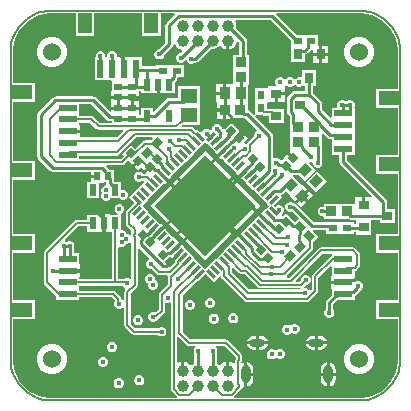
<source format=gbl>
G04*
G04 #@! TF.GenerationSoftware,Altium Limited,Altium Designer,22.10.1 (41)*
G04*
G04 Layer_Physical_Order=4*
G04 Layer_Color=16711680*
%FSLAX25Y25*%
%MOIN*%
G70*
G04*
G04 #@! TF.SameCoordinates,BA180857-5533-48D4-BC33-98CDBDEDE110*
G04*
G04*
G04 #@! TF.FilePolarity,Positive*
G04*
G01*
G75*
%ADD17C,0.00500*%
%ADD45R,0.06102X0.02362*%
%ADD46R,0.07087X0.04724*%
%ADD49R,0.02362X0.02520*%
%ADD50R,0.02362X0.02953*%
%ADD52R,0.05512X0.05118*%
%ADD55R,0.02520X0.02362*%
%ADD62R,0.03543X0.03937*%
%ADD66C,0.01000*%
%ADD67O,0.05118X0.02559*%
%ADD68O,0.03051X0.06102*%
%ADD69C,0.03937*%
%ADD70C,0.06000*%
%ADD71C,0.01772*%
%ADD72C,0.01575*%
%ADD74R,0.03740X0.03347*%
%ADD75R,0.03347X0.03740*%
G04:AMPARAMS|DCode=76|XSize=10.24mil|YSize=33.86mil|CornerRadius=0mil|HoleSize=0mil|Usage=FLASHONLY|Rotation=315.000|XOffset=0mil|YOffset=0mil|HoleType=Round|Shape=Rectangle|*
%AMROTATEDRECTD76*
4,1,4,-0.01559,-0.00835,0.00835,0.01559,0.01559,0.00835,-0.00835,-0.01559,-0.01559,-0.00835,0.0*
%
%ADD76ROTATEDRECTD76*%

%ADD77R,0.02362X0.06102*%
%ADD78R,0.04724X0.07087*%
G04:AMPARAMS|DCode=79|XSize=31.5mil|YSize=35.43mil|CornerRadius=0mil|HoleSize=0mil|Usage=FLASHONLY|Rotation=135.000|XOffset=0mil|YOffset=0mil|HoleType=Round|Shape=Rectangle|*
%AMROTATEDRECTD79*
4,1,4,0.02366,0.00139,-0.00139,-0.02366,-0.02366,-0.00139,0.00139,0.02366,0.02366,0.00139,0.0*
%
%ADD79ROTATEDRECTD79*%

%ADD80R,0.02362X0.03937*%
%ADD81R,0.03543X0.03150*%
G04:AMPARAMS|DCode=82|XSize=25.2mil|YSize=23.62mil|CornerRadius=0mil|HoleSize=0mil|Usage=FLASHONLY|Rotation=135.000|XOffset=0mil|YOffset=0mil|HoleType=Round|Shape=Rectangle|*
%AMROTATEDRECTD82*
4,1,4,0.01726,-0.00056,0.00056,-0.01726,-0.01726,0.00056,-0.00056,0.01726,0.01726,-0.00056,0.0*
%
%ADD82ROTATEDRECTD82*%

%ADD83P,0.33407X4X360.0*%
G04:AMPARAMS|DCode=84|XSize=33.86mil|YSize=10.24mil|CornerRadius=0mil|HoleSize=0mil|Usage=FLASHONLY|Rotation=315.000|XOffset=0mil|YOffset=0mil|HoleType=Round|Shape=Rectangle|*
%AMROTATEDRECTD84*
4,1,4,-0.01559,0.00835,-0.00835,0.01559,0.01559,-0.00835,0.00835,-0.01559,-0.01559,0.00835,0.0*
%
%ADD84ROTATEDRECTD84*%

%ADD85R,0.02953X0.02362*%
G04:AMPARAMS|DCode=86|XSize=25.2mil|YSize=23.62mil|CornerRadius=0mil|HoleSize=0mil|Usage=FLASHONLY|Rotation=45.000|XOffset=0mil|YOffset=0mil|HoleType=Round|Shape=Rectangle|*
%AMROTATEDRECTD86*
4,1,4,-0.00056,-0.01726,-0.01726,-0.00056,0.00056,0.01726,0.01726,0.00056,-0.00056,-0.01726,0.0*
%
%ADD86ROTATEDRECTD86*%

%ADD87R,0.03150X0.03543*%
%ADD88R,0.02165X0.03937*%
G04:AMPARAMS|DCode=89|XSize=23.62mil|YSize=29.53mil|CornerRadius=0mil|HoleSize=0mil|Usage=FLASHONLY|Rotation=45.000|XOffset=0mil|YOffset=0mil|HoleType=Round|Shape=Rectangle|*
%AMROTATEDRECTD89*
4,1,4,0.00209,-0.01879,-0.01879,0.00209,-0.00209,0.01879,0.01879,-0.00209,0.00209,-0.01879,0.0*
%
%ADD89ROTATEDRECTD89*%

G04:AMPARAMS|DCode=90|XSize=23.62mil|YSize=29.53mil|CornerRadius=0mil|HoleSize=0mil|Usage=FLASHONLY|Rotation=315.000|XOffset=0mil|YOffset=0mil|HoleType=Round|Shape=Rectangle|*
%AMROTATEDRECTD90*
4,1,4,-0.01879,-0.00209,0.00209,0.01879,0.01879,0.00209,-0.00209,-0.01879,-0.01879,-0.00209,0.0*
%
%ADD90ROTATEDRECTD90*%

G36*
X51181Y64158D02*
X52032D01*
X53718Y63936D01*
X55361Y63496D01*
X56933Y62845D01*
X58406Y61994D01*
X59756Y60958D01*
X60958Y59756D01*
X61994Y58406D01*
X62845Y56933D01*
X63495Y55361D01*
X63936Y53718D01*
X64158Y52032D01*
X64158Y51181D01*
Y38976D01*
X56862D01*
Y32677D01*
X64158D01*
Y16929D01*
X56862D01*
Y10630D01*
X64158D01*
X64158Y-9449D01*
X56862D01*
Y-15748D01*
X64158D01*
Y-31496D01*
X56862D01*
Y-37795D01*
X64158D01*
Y-51181D01*
X64158Y-52032D01*
X63936Y-53718D01*
X63495Y-55361D01*
X62845Y-56933D01*
X61994Y-58406D01*
X60958Y-59756D01*
X59756Y-60958D01*
X58406Y-61994D01*
X56933Y-62845D01*
X55361Y-63496D01*
X53718Y-63936D01*
X52032Y-64158D01*
X51181D01*
X9759D01*
X9634Y-63959D01*
X9569Y-63658D01*
X11958Y-61269D01*
X12187Y-60926D01*
X12242Y-60653D01*
X12546Y-60385D01*
X12768Y-60277D01*
X12886Y-60300D01*
Y-56299D01*
Y-52298D01*
X12400Y-52395D01*
X12321Y-52447D01*
X12293Y-52432D01*
X11958Y-52104D01*
X12187Y-51761D01*
X12268Y-51356D01*
Y-50187D01*
X12187Y-49782D01*
X11958Y-49439D01*
X7441Y-44921D01*
X7098Y-44692D01*
X6693Y-44612D01*
X-5074D01*
X-7604Y-42081D01*
Y-29979D01*
X-2913Y-25288D01*
X-2742Y-25459D01*
X0Y-22716D01*
X2742Y-25459D01*
X4780Y-23421D01*
X5058Y-23537D01*
X5249Y-23659D01*
X5322Y-24027D01*
X5551Y-24370D01*
X13032Y-31850D01*
X13375Y-32080D01*
X13780Y-32160D01*
X33858D01*
X34263Y-32080D01*
X34606Y-31850D01*
X37362Y-29094D01*
X37591Y-28751D01*
X37672Y-28346D01*
Y-24060D01*
X41598Y-20134D01*
X42098Y-20341D01*
Y-23410D01*
X41886D01*
Y-25091D01*
X45937D01*
Y-26091D01*
X41886D01*
Y-27772D01*
X42098D01*
Y-29667D01*
X40410Y-31355D01*
X40126Y-31781D01*
X40026Y-32283D01*
Y-34773D01*
X39920Y-34879D01*
X39665Y-35494D01*
Y-36160D01*
X39920Y-36775D01*
X40391Y-37245D01*
X41006Y-37500D01*
X41671D01*
X42286Y-37245D01*
X42757Y-36775D01*
X43012Y-36160D01*
Y-35494D01*
X42757Y-34879D01*
X42651Y-34773D01*
Y-32827D01*
X43982Y-31496D01*
X49776D01*
Y-30075D01*
X49854Y-30059D01*
X50280Y-29775D01*
X51568Y-28487D01*
X51829Y-28097D01*
X52206Y-27720D01*
X52461Y-27104D01*
Y-26439D01*
X52206Y-25824D01*
X51735Y-25353D01*
X51120Y-25098D01*
X50455D01*
X50404Y-25119D01*
X49988Y-24842D01*
Y-23410D01*
X49776D01*
Y-21775D01*
X50155Y-21700D01*
X50498Y-21470D01*
X51328Y-20640D01*
X51557Y-20297D01*
X51638Y-19892D01*
Y-16328D01*
X51557Y-15924D01*
X51328Y-15580D01*
X49961Y-14213D01*
X49617Y-13983D01*
X49213Y-13903D01*
X38511D01*
X38106Y-13983D01*
X37763Y-14213D01*
X27943Y-24033D01*
X27266D01*
X27059Y-23533D01*
X35628Y-14963D01*
X35858Y-14620D01*
X35938Y-14215D01*
Y-12197D01*
X37664Y-10471D01*
X35815Y-8622D01*
X36022Y-8122D01*
X40354D01*
Y-9449D01*
X49409D01*
Y-8793D01*
X50197D01*
Y-9646D01*
X55315D01*
X55315Y-4921D01*
X55788Y-4856D01*
X58071D01*
Y-5906D01*
X63189D01*
Y-1181D01*
X60671D01*
Y1163D01*
X60571Y1666D01*
X60286Y2092D01*
X47250Y15128D01*
Y16929D01*
X49776D01*
Y20866D01*
Y24803D01*
Y28740D01*
Y32677D01*
X49776D01*
X49616Y32917D01*
X49705Y33132D01*
Y33797D01*
X49450Y34412D01*
X48979Y34883D01*
X48364Y35138D01*
X47699D01*
X47084Y34883D01*
X46978Y34777D01*
X46723D01*
X46617Y34883D01*
X46002Y35138D01*
X45336D01*
X44721Y34883D01*
X44251Y34412D01*
X43996Y33797D01*
Y33132D01*
X44012Y33093D01*
X43734Y32677D01*
X42098D01*
Y29363D01*
X41598Y29155D01*
X38714Y32040D01*
Y34252D01*
X38614Y34754D01*
X38330Y35180D01*
X35958Y37552D01*
Y39961D01*
X37008D01*
Y45079D01*
X32283D01*
Y43065D01*
X31868Y42787D01*
X31681Y42864D01*
X31016D01*
X30401Y42609D01*
X30065Y42274D01*
X29755Y42188D01*
X29445Y42274D01*
X29109Y42609D01*
X28494Y42864D01*
X27829D01*
X27214Y42609D01*
X26878Y42274D01*
X26568Y42188D01*
X26258Y42274D01*
X25922Y42609D01*
X25307Y42864D01*
X24642D01*
X24027Y42609D01*
X23556Y42139D01*
X23301Y41524D01*
Y40858D01*
X23556Y40243D01*
X23558Y40242D01*
X23366Y39779D01*
X20850D01*
Y39468D01*
X20472Y39173D01*
X20350Y39173D01*
X16535D01*
Y34646D01*
Y30367D01*
X16035Y30160D01*
X14748Y31448D01*
X14322Y31732D01*
X14075Y31782D01*
Y34547D01*
X14272Y34646D01*
Y40157D01*
X14469Y40256D01*
Y44874D01*
X14469Y45177D01*
X14469Y45677D01*
Y50295D01*
X13911D01*
Y54882D01*
X13811Y55384D01*
X13527Y55810D01*
X10142Y59194D01*
X10256Y59618D01*
Y60343D01*
X10068Y61044D01*
X9849Y61424D01*
X10137Y61924D01*
X21695D01*
X28543Y55075D01*
Y52756D01*
Y47835D01*
X33268D01*
Y50374D01*
X33664Y50453D01*
X34090Y50737D01*
X35286Y51934D01*
X35311Y51971D01*
X35811Y51819D01*
Y50894D01*
X37886D01*
Y53165D01*
X37598D01*
Y56693D01*
X30638D01*
X23635Y63696D01*
X23826Y64158D01*
X51181D01*
D02*
G37*
G36*
X30065Y40108D02*
X30401Y39772D01*
X31016Y39518D01*
X31681D01*
X32296Y39772D01*
X32484Y39961D01*
X33333D01*
Y38320D01*
X29772D01*
X29270Y38221D01*
X28844Y37936D01*
X28643Y37635D01*
X27509Y36501D01*
X27224Y36075D01*
X27124Y35573D01*
Y31356D01*
X27224Y30854D01*
X27509Y30428D01*
X28026Y29911D01*
Y27354D01*
X28051Y27228D01*
Y24024D01*
X28051Y23720D01*
X28051Y23221D01*
Y18602D01*
X28139D01*
X28330Y18140D01*
X27933Y17743D01*
X29531Y16145D01*
X28824Y15438D01*
X27226Y17036D01*
X26037Y15847D01*
X26188Y15697D01*
X25517Y15026D01*
X25041Y15121D01*
X24570Y15592D01*
X23955Y15846D01*
X23289D01*
X22980Y15718D01*
X22480Y16051D01*
Y23172D01*
X22380Y23674D01*
X22096Y24100D01*
X16577Y29618D01*
X16784Y30118D01*
X19068D01*
X19137Y30072D01*
X19541Y29991D01*
X21063D01*
Y27362D01*
X26181D01*
Y32087D01*
X22399D01*
X22297Y32107D01*
X20472D01*
Y34335D01*
X20850Y34630D01*
X20966Y34630D01*
X23122D01*
Y37205D01*
X23622D01*
Y37705D01*
X26394D01*
Y39744D01*
X26446Y39827D01*
X26788Y40133D01*
X26878Y40108D01*
X27214Y39772D01*
X27829Y39518D01*
X28494D01*
X29109Y39772D01*
X29445Y40108D01*
X29755Y40194D01*
X30065Y40108D01*
D02*
G37*
G36*
X-43307Y64158D02*
Y56468D01*
X-37008D01*
Y64158D01*
X-21260D01*
Y56468D01*
X-14961D01*
Y64158D01*
X-10437D01*
X-10245Y63696D01*
X-12956Y60985D01*
X-13240Y60559D01*
X-13340Y60057D01*
Y54264D01*
X-15537Y52067D01*
X-15687D01*
X-16302Y51812D01*
X-16773Y51341D01*
X-17028Y50726D01*
Y50061D01*
X-16773Y49446D01*
X-16302Y48975D01*
X-15687Y48720D01*
X-15021D01*
X-14406Y48975D01*
X-13936Y49446D01*
X-13681Y50061D01*
Y50211D01*
X-11100Y52792D01*
X-10815Y53218D01*
X-10724Y53673D01*
X-10578Y53727D01*
X-10215Y53746D01*
X-9875Y53158D01*
X-9323Y52605D01*
X-8646Y52214D01*
X-8002Y52042D01*
X-7776Y51561D01*
X-8549Y50787D01*
X-8581D01*
X-9160Y50548D01*
X-9603Y50105D01*
X-9843Y49526D01*
Y48899D01*
X-9603Y48320D01*
X-9160Y47878D01*
X-8581Y47638D01*
X-7954D01*
X-7376Y47878D01*
X-6933Y48320D01*
X-6799Y48643D01*
X-6299Y48543D01*
Y48506D01*
X-6059Y47927D01*
X-5616Y47484D01*
X-5038Y47244D01*
X-4411D01*
X-3832Y47484D01*
X-3700Y47616D01*
X-3551D01*
X-3049Y47716D01*
X-2623Y48001D01*
X1714Y52338D01*
X2137Y52224D01*
X2863D01*
X3564Y52412D01*
X4192Y52775D01*
X4557Y53140D01*
X5048Y53155D01*
X5177Y53105D01*
X5677Y52605D01*
X6354Y52214D01*
X7000Y52041D01*
Y54980D01*
X8000D01*
Y52041D01*
X8646Y52214D01*
X9323Y52605D01*
X9875Y53158D01*
X10266Y53834D01*
X10439Y54478D01*
X10919Y54705D01*
X11286Y54338D01*
Y50295D01*
X9154D01*
Y45677D01*
X9154Y45374D01*
X9154Y44874D01*
Y40370D01*
X6898D01*
Y37402D01*
X6398D01*
Y36902D01*
X3626D01*
Y34433D01*
X3823D01*
Y32390D01*
X6496D01*
Y31890D01*
X6996D01*
Y29020D01*
X9169D01*
Y29232D01*
X12661D01*
X12787Y29207D01*
X13276D01*
X17235Y25248D01*
X17137Y24758D01*
X17025Y24711D01*
X16555Y24240D01*
X16300Y23626D01*
Y23115D01*
X14222Y21038D01*
X13993Y20695D01*
X13600Y20485D01*
X13370Y20580D01*
X13042D01*
X12835Y21080D01*
X14208Y22453D01*
X13019Y23641D01*
X11421Y22044D01*
X10714Y22751D01*
X12312Y24349D01*
X11123Y25537D01*
X10973Y25387D01*
X8673Y27687D01*
X6382Y25396D01*
X5740Y25460D01*
X5681Y25547D01*
X5610Y25618D01*
Y25923D01*
X5356Y26538D01*
X4885Y27009D01*
X4270Y27264D01*
X3604D01*
X2989Y27009D01*
X2519Y26538D01*
X2264Y25923D01*
Y25383D01*
X2179Y25284D01*
X1553Y25223D01*
X1342Y25434D01*
X727Y25689D01*
X61D01*
X-554Y25434D01*
X-1025Y24964D01*
X-1176Y24599D01*
X-1742Y24458D01*
X-2742Y25459D01*
X-3098Y25103D01*
X-3940Y25945D01*
X-4283Y26174D01*
X-4688Y26255D01*
X-7533D01*
X-7703Y26465D01*
X-7784Y26755D01*
X-7607Y26969D01*
X-1969D01*
Y33268D01*
Y39961D01*
X-9055D01*
Y35868D01*
X-12049D01*
X-12551Y35768D01*
X-12977Y35483D01*
X-17118Y31342D01*
X-17618Y31549D01*
Y32480D01*
X-21358D01*
Y30289D01*
X-22150D01*
Y31941D01*
X-24409D01*
Y32941D01*
X-22150D01*
Y33882D01*
Y35563D01*
X-24409D01*
Y36563D01*
X-22150D01*
Y38215D01*
X-21358D01*
Y37598D01*
X-17831D01*
Y37386D01*
X-16248D01*
Y40354D01*
X-15248D01*
Y37386D01*
X-13665D01*
Y37598D01*
X-10138D01*
Y41254D01*
X-9595Y41796D01*
X-9311Y42222D01*
X-9211Y42724D01*
Y42913D01*
X-7283D01*
Y46850D01*
X-16339D01*
Y46588D01*
X-21260D01*
Y49382D01*
X-24984D01*
Y49595D01*
X-26665D01*
Y45543D01*
X-27665D01*
Y49595D01*
X-29066D01*
X-29373Y49656D01*
X-29528Y50020D01*
Y50313D01*
X-29767Y50892D01*
X-30210Y51335D01*
X-30789Y51575D01*
X-31416D01*
X-31994Y51335D01*
X-32437Y50892D01*
X-32677Y50313D01*
Y49687D01*
X-32811Y49487D01*
X-33047D01*
X-33465Y49931D01*
Y50313D01*
X-33704Y50892D01*
X-34147Y51335D01*
X-34726Y51575D01*
X-35353D01*
X-35931Y51335D01*
X-36374Y50892D01*
X-36614Y50313D01*
Y49687D01*
X-36818Y49382D01*
X-37008D01*
Y41705D01*
X-31595D01*
X-31181Y41496D01*
Y38244D01*
X-31394D01*
Y36563D01*
X-29134D01*
Y35563D01*
X-31394D01*
Y33882D01*
Y32941D01*
X-29134D01*
Y31941D01*
X-31394D01*
Y31541D01*
X-31856Y31350D01*
X-36580Y36074D01*
X-37005Y36358D01*
X-37508Y36458D01*
X-49521D01*
X-50024Y36358D01*
X-50047Y36343D01*
X-50502Y36252D01*
X-50928Y35967D01*
X-55653Y31243D01*
X-55937Y30817D01*
X-56037Y30315D01*
Y16535D01*
X-55937Y16033D01*
X-55653Y15607D01*
X-51715Y11670D01*
X-51290Y11386D01*
X-50787Y11286D01*
X-38165D01*
Y10343D01*
X-35984D01*
Y9342D01*
X-38165D01*
Y7874D01*
X-39567D01*
Y2362D01*
X-35630D01*
Y7583D01*
X-33803D01*
Y7795D01*
X-33151D01*
Y7626D01*
X-33065Y7193D01*
X-33134Y7010D01*
X-33365Y6693D01*
X-33384D01*
X-33963Y6453D01*
X-34406Y6010D01*
X-34646Y5431D01*
Y4805D01*
X-34406Y4226D01*
X-34314Y4134D01*
X-34406Y4042D01*
X-34646Y3463D01*
Y2836D01*
X-34406Y2258D01*
X-33963Y1815D01*
X-33384Y1575D01*
X-32758D01*
X-32179Y1815D01*
X-31736Y2258D01*
X-31692Y2362D01*
X-28408D01*
X-28254Y2208D01*
X-27676Y1969D01*
X-27049D01*
X-26470Y2208D01*
X-26027Y2651D01*
X-25787Y3230D01*
Y3857D01*
X-26027Y4435D01*
X-26470Y4878D01*
X-27049Y5118D01*
X-27676D01*
X-27734Y5094D01*
X-28150Y5372D01*
Y7874D01*
X-30230D01*
X-30526Y8170D01*
Y9161D01*
X-30551Y9288D01*
Y11890D01*
X-32033D01*
X-32273Y12249D01*
X-33071Y13047D01*
X-32880Y13509D01*
X-27647D01*
X-27242Y13590D01*
X-26899Y13819D01*
X-25984Y14733D01*
X-25537Y14861D01*
X-24349Y13672D01*
X-22751Y15270D01*
X-22044Y14563D01*
X-23642Y12965D01*
X-22453Y11777D01*
X-21457Y12773D01*
X-20444Y11760D01*
X-18901Y13302D01*
X-18194Y12595D01*
X-19736Y11052D01*
X-19647Y10963D01*
X-19854Y10463D01*
X-20594D01*
X-20634Y10559D01*
X-21104Y11030D01*
X-21719Y11284D01*
X-22385D01*
X-23000Y11030D01*
X-23471Y10559D01*
X-23725Y9944D01*
Y9278D01*
X-23471Y8663D01*
X-23000Y8193D01*
X-22385Y7938D01*
X-21719D01*
X-21104Y8193D01*
X-21022Y8275D01*
X-20638Y8230D01*
X-20452Y7749D01*
X-22675Y5526D01*
X-25459Y2742D01*
X-23641Y925D01*
X-26130Y-1564D01*
X-26360Y-1908D01*
X-26440Y-2312D01*
Y-6012D01*
X-26360Y-6417D01*
X-26130Y-6760D01*
X-24680Y-8211D01*
Y-9167D01*
X-24731Y-9425D01*
Y-9597D01*
X-25231Y-9804D01*
X-25430Y-9605D01*
X-26045Y-9350D01*
X-26346D01*
X-26534Y-8895D01*
X-27005Y-8424D01*
X-27620Y-8169D01*
X-28150D01*
Y-3215D01*
X-28150Y-3150D01*
X-28121Y-2662D01*
X-27769Y-2516D01*
X-27326Y-2073D01*
X-27087Y-1494D01*
Y-868D01*
X-27326Y-289D01*
X-27769Y154D01*
X-28348Y394D01*
X-28975D01*
X-29553Y154D01*
X-29996Y-289D01*
X-30236Y-868D01*
Y-1494D01*
X-29996Y-2073D01*
X-29553Y-2516D01*
X-29231Y-2650D01*
X-29331Y-3150D01*
X-31677D01*
Y-2937D01*
X-33358D01*
Y-5906D01*
Y-8874D01*
X-31677D01*
Y-8661D01*
X-31176D01*
Y-24533D01*
X-42098D01*
Y-23835D01*
X-41886D01*
Y-22154D01*
X-45937D01*
Y-21154D01*
X-41886D01*
Y-19473D01*
X-42098D01*
Y-15748D01*
X-43963D01*
Y-14300D01*
X-43940Y-14278D01*
X-43701Y-13699D01*
Y-13073D01*
X-43940Y-12494D01*
X-44383Y-12051D01*
X-44962Y-11811D01*
X-45589D01*
X-46168Y-12051D01*
X-46190Y-12073D01*
X-46330D01*
X-46352Y-12051D01*
X-46708Y-11903D01*
X-46861Y-11349D01*
X-42475Y-6963D01*
X-39567D01*
Y-8661D01*
X-36039D01*
Y-8874D01*
X-34358D01*
Y-5906D01*
Y-2937D01*
X-36039D01*
Y-3150D01*
X-39567D01*
Y-4848D01*
X-42913D01*
X-43318Y-4928D01*
X-43661Y-5158D01*
X-53504Y-15000D01*
X-53733Y-15343D01*
X-53814Y-15748D01*
Y-25591D01*
X-53733Y-25995D01*
X-53504Y-26338D01*
X-49776Y-30067D01*
Y-31496D01*
X-42098D01*
Y-30585D01*
X-31147D01*
X-30081Y-31651D01*
X-30159Y-31729D01*
X-30413Y-32344D01*
Y-33010D01*
X-30159Y-33625D01*
X-29688Y-34096D01*
X-29073Y-34350D01*
X-28407D01*
X-27792Y-34096D01*
X-27542Y-33845D01*
X-27042Y-34052D01*
Y-39764D01*
X-26961Y-40169D01*
X-26732Y-40512D01*
X-24514Y-42730D01*
X-24171Y-42959D01*
X-23766Y-43040D01*
X-15736D01*
X-15459Y-43317D01*
X-14880Y-43557D01*
X-14254D01*
X-13675Y-43317D01*
X-13232Y-42874D01*
X-12992Y-42296D01*
Y-41669D01*
X-13232Y-41090D01*
X-13675Y-40647D01*
X-14254Y-40407D01*
X-14880D01*
X-15459Y-40647D01*
X-15736Y-40925D01*
X-23328D01*
X-24927Y-39326D01*
Y-29178D01*
X-22874Y-27126D01*
X-22645Y-26783D01*
X-22564Y-26378D01*
Y-14310D01*
X-22064Y-14103D01*
X-18767Y-17400D01*
X-18884Y-17990D01*
X-19058Y-18062D01*
X-19529Y-18532D01*
X-19783Y-19148D01*
Y-19813D01*
X-19529Y-20428D01*
X-19058Y-20899D01*
X-18443Y-21154D01*
X-17933D01*
X-16291Y-22795D01*
X-15948Y-23024D01*
X-15543Y-23105D01*
X-12705D01*
X-12460Y-23448D01*
X-12408Y-23605D01*
X-12475Y-23945D01*
Y-26333D01*
X-15315Y-29173D01*
X-15544Y-29517D01*
X-15625Y-29921D01*
Y-34601D01*
X-16543Y-35520D01*
X-16990Y-35335D01*
X-17656D01*
X-18271Y-35589D01*
X-18741Y-36060D01*
X-18996Y-36675D01*
Y-37341D01*
X-18741Y-37956D01*
X-18271Y-38426D01*
X-17656Y-38681D01*
X-16990D01*
X-16375Y-38426D01*
X-15904Y-37956D01*
X-15798Y-37699D01*
X-15594Y-37562D01*
X-13819Y-35787D01*
X-13590Y-35444D01*
X-13509Y-35039D01*
Y-32592D01*
X-13093Y-32315D01*
X-12931Y-32382D01*
X-12266D01*
X-12064Y-32298D01*
X-11564Y-32632D01*
Y-61225D01*
X-11483Y-61630D01*
X-11254Y-61973D01*
X-9569Y-63658D01*
X-9634Y-63959D01*
X-9759Y-64158D01*
X-51181D01*
X-52032D01*
X-53718Y-63936D01*
X-55361Y-63496D01*
X-56933Y-62845D01*
X-58406Y-61994D01*
X-59756Y-60958D01*
X-60958Y-59756D01*
X-61994Y-58406D01*
X-62845Y-56933D01*
X-63496Y-55361D01*
X-63936Y-53718D01*
X-64158Y-52032D01*
X-64158Y-51181D01*
Y-37795D01*
X-56862D01*
Y-31496D01*
X-64158D01*
Y-15748D01*
X-56862D01*
Y-9449D01*
X-64158D01*
X-64158Y8661D01*
X-56862D01*
Y14961D01*
X-64158D01*
Y34646D01*
X-56862D01*
Y40945D01*
X-64158D01*
Y51181D01*
Y52032D01*
X-63936Y53718D01*
X-63496Y55361D01*
X-62845Y56933D01*
X-61994Y58406D01*
X-60958Y59756D01*
X-59756Y60958D01*
X-58406Y61994D01*
X-56933Y62845D01*
X-55361Y63495D01*
X-53718Y63936D01*
X-52032Y64158D01*
X-51181Y64158D01*
X-43307D01*
D02*
G37*
G36*
X-32822Y28603D02*
X-32396Y28319D01*
X-31894Y28219D01*
X-31181D01*
Y27436D01*
X-35192D01*
X-37244Y29488D01*
X-37587Y29717D01*
X-37992Y29798D01*
X-42098D01*
Y30709D01*
Y33833D01*
X-38052D01*
X-32822Y28603D01*
D02*
G37*
G36*
X-36378Y25630D02*
X-36035Y25401D01*
X-35630Y25320D01*
X-27616D01*
X-27425Y24858D01*
X-29572Y22711D01*
X-41886D01*
Y24303D01*
X-45937D01*
Y25303D01*
X-41886D01*
Y26984D01*
X-42098D01*
Y27682D01*
X-38430D01*
X-36378Y25630D01*
D02*
G37*
G36*
X-17503Y22289D02*
X-18051Y21741D01*
X-20214D01*
X-20618Y21660D01*
X-20962Y21431D01*
X-23489Y18904D01*
X-24791Y20206D01*
X-27687Y17311D01*
X-27042Y16667D01*
X-28085Y15625D01*
X-42098D01*
Y16659D01*
X-29528D01*
X-29123Y16739D01*
X-28780Y16969D01*
X-22997Y22751D01*
X-17694D01*
X-17503Y22289D01*
D02*
G37*
G36*
X40714Y22588D02*
X41139Y22303D01*
X41642Y22203D01*
X42098D01*
Y16929D01*
X44624D01*
Y14585D01*
X44724Y14082D01*
X45009Y13656D01*
X55394Y3272D01*
X55187Y2772D01*
X53256D01*
Y197D01*
X52256D01*
Y2772D01*
X49984D01*
Y746D01*
X49508Y689D01*
Y689D01*
X44890D01*
X44587Y689D01*
X44087Y689D01*
X39469D01*
Y-274D01*
X39290Y-394D01*
X38663D01*
X38084Y-634D01*
X37641Y-1076D01*
X37402Y-1655D01*
Y-2282D01*
X37641Y-2860D01*
X38084Y-3303D01*
X38663Y-3543D01*
X39290D01*
X39469Y-3663D01*
Y-4626D01*
X44087D01*
X44390Y-4626D01*
X44890Y-4626D01*
X48094D01*
X48116Y-4630D01*
X48304Y-4756D01*
X48806Y-4856D01*
X49724D01*
X50197Y-4921D01*
X50197Y-5356D01*
Y-6168D01*
X49409D01*
Y-5512D01*
X42024D01*
X41947Y-5497D01*
X36093D01*
X30210Y387D01*
X29784Y671D01*
X29614Y705D01*
X29294Y1025D01*
X28679Y1280D01*
X28014D01*
X27399Y1025D01*
X26928Y554D01*
X26673Y-61D01*
Y-727D01*
X26928Y-1342D01*
X27399Y-1812D01*
X28014Y-2067D01*
X28679D01*
X28871Y-1987D01*
X31107Y-4223D01*
X29790Y-5539D01*
X29706D01*
X28707Y-4540D01*
X28599Y-4468D01*
X26760Y-2628D01*
X25922Y-3466D01*
X25638Y-3368D01*
X25535Y-2816D01*
X25828Y-2523D01*
X26083Y-1908D01*
Y-1242D01*
X25828Y-627D01*
X25357Y-156D01*
X24742Y98D01*
X24077D01*
X23462Y-156D01*
X23167Y-451D01*
X22716Y0D01*
X25459Y2742D01*
X25073Y3128D01*
X25238Y3670D01*
X25390Y3701D01*
X25816Y3985D01*
X26776Y4946D01*
X28137Y3586D01*
X28199Y3523D01*
X28340Y3082D01*
X28420Y3002D01*
X29807Y1615D01*
X31767Y3574D01*
X33727Y5534D01*
X32339Y6922D01*
X32260Y7001D01*
X31818Y7142D01*
X29135Y9826D01*
X29326Y10288D01*
X31067D01*
X33095Y8260D01*
X36714Y11879D01*
X34454Y14138D01*
X34714Y14547D01*
X34733Y14567D01*
X35353D01*
X35362Y14571D01*
X35827Y14222D01*
Y13860D01*
X36066Y13281D01*
X36509Y12838D01*
X37088Y12598D01*
X37715D01*
X38294Y12838D01*
X38737Y13281D01*
X38976Y13860D01*
Y14487D01*
X38737Y15065D01*
X38714Y15088D01*
Y18602D01*
X38878D01*
Y23221D01*
X38878Y23770D01*
X39340Y23961D01*
X40714Y22588D01*
D02*
G37*
G36*
X626Y20559D02*
X1072Y20114D01*
X2018Y19167D01*
X2464Y18722D01*
X3260Y17925D01*
X3110Y17775D01*
X3825Y17060D01*
X5729Y18964D01*
X6436Y18257D01*
X4532Y16353D01*
X5248Y15637D01*
X5398Y15787D01*
X6194Y14991D01*
X6640Y14546D01*
X7586Y13599D01*
X8032Y13154D01*
X8978Y12207D01*
X9423Y11762D01*
X10220Y10966D01*
X10069Y10815D01*
X10785Y10100D01*
X12689Y12004D01*
X13396Y11297D01*
X11492Y9393D01*
X12207Y8677D01*
X12358Y8828D01*
X13154Y8032D01*
X13599Y7586D01*
X14546Y6640D01*
X14991Y6194D01*
X15938Y5248D01*
X16383Y4802D01*
X17330Y3856D01*
X17775Y3410D01*
X18722Y2464D01*
X19167Y2018D01*
X20114Y1072D01*
X20559Y626D01*
X21185Y0D01*
X20114Y-1072D01*
X19317Y-1868D01*
X19167Y-1718D01*
X18452Y-2433D01*
X20356Y-4337D01*
X19649Y-5044D01*
X17744Y-3140D01*
X17029Y-3856D01*
X17179Y-4006D01*
X15938Y-5248D01*
X14546Y-6640D01*
X13154Y-8032D01*
X12358Y-8828D01*
X12207Y-8677D01*
X11492Y-9393D01*
X13396Y-11297D01*
X12689Y-12004D01*
X10785Y-10100D01*
X10069Y-10815D01*
X10220Y-10966D01*
X8978Y-12207D01*
X7586Y-13599D01*
X6194Y-14991D01*
X4802Y-16383D01*
X3410Y-17775D01*
X2018Y-19167D01*
X626Y-20559D01*
X0Y-21185D01*
X-1072Y-20114D01*
X-2464Y-18722D01*
X-3856Y-17330D01*
X-5248Y-15938D01*
X-6640Y-14546D01*
X-7436Y-13750D01*
X-7285Y-13599D01*
X-8001Y-12884D01*
X-9905Y-14788D01*
X-10612Y-14081D01*
X-8708Y-12177D01*
X-9423Y-11461D01*
X-9574Y-11612D01*
X-10815Y-10370D01*
X-12207Y-8978D01*
X-13003Y-8182D01*
X-12853Y-8032D01*
X-13569Y-7316D01*
X-15473Y-9220D01*
X-16180Y-8513D01*
X-14276Y-6609D01*
X-14991Y-5894D01*
X-15142Y-6044D01*
X-16383Y-4802D01*
X-17775Y-3410D01*
X-19167Y-2018D01*
X-20559Y-626D01*
X-21185Y0D01*
X-20559Y626D01*
X-19167Y2018D01*
X-17775Y3410D01*
X-16383Y4802D01*
X-14991Y6194D01*
X-13750Y7436D01*
X-13599Y7285D01*
X-12884Y8001D01*
X-14788Y9905D01*
X-14081Y10612D01*
X-12177Y8708D01*
X-11461Y9423D01*
X-11612Y9574D01*
X-10815Y10370D01*
X-9423Y11762D01*
X-8032Y13154D01*
X-6640Y14546D01*
X-5248Y15938D01*
X-3856Y17330D01*
X-2464Y18722D01*
X-1072Y20114D01*
X0Y21185D01*
X626Y20559D01*
D02*
G37*
G36*
X-24680Y-12399D02*
Y-24215D01*
X-25180Y-24422D01*
X-25251Y-24351D01*
X-25866Y-24096D01*
X-26532D01*
X-27147Y-24351D01*
X-27329Y-24533D01*
X-29060D01*
Y-14098D01*
X-28560Y-13764D01*
X-28286Y-13878D01*
X-27620D01*
X-27005Y-13623D01*
X-26534Y-13152D01*
X-26346Y-12697D01*
X-26045D01*
X-25430Y-12442D01*
X-25180Y-12192D01*
X-24680Y-12399D01*
D02*
G37*
G36*
X11162Y-22401D02*
X11505Y-22631D01*
X11910Y-22711D01*
X12948D01*
X17362Y-27126D01*
X17706Y-27355D01*
X18110Y-27436D01*
X31508D01*
X31792Y-27936D01*
X31773Y-27967D01*
X14502D01*
X8932Y-22397D01*
Y-20878D01*
X9432Y-20671D01*
X11162Y-22401D01*
D02*
G37*
G36*
X42098Y-16815D02*
X42024Y-16830D01*
X41681Y-17060D01*
X35866Y-22874D01*
X35637Y-23217D01*
X35557Y-23622D01*
Y-27908D01*
X35197Y-28268D01*
X34706Y-28171D01*
X34690Y-28133D01*
X34247Y-27690D01*
X33669Y-27450D01*
X33042D01*
X33006Y-27465D01*
X32723Y-27041D01*
X33386Y-26378D01*
X33778D01*
X34357Y-26138D01*
X34800Y-25695D01*
X35039Y-25116D01*
Y-24490D01*
X34800Y-23911D01*
X34357Y-23468D01*
X33778Y-23228D01*
X33151D01*
X32572Y-23468D01*
X32129Y-23911D01*
X31890Y-24490D01*
Y-24882D01*
X31452Y-25320D01*
X30300D01*
X30109Y-24858D01*
X38949Y-16018D01*
X42098D01*
Y-16815D01*
D02*
G37*
G36*
X-27618Y-26717D02*
X-27147Y-27188D01*
X-26785Y-27338D01*
X-26645Y-27904D01*
X-26732Y-27992D01*
X-26961Y-28335D01*
X-27042Y-28740D01*
Y-31302D01*
X-27542Y-31509D01*
X-27792Y-31259D01*
X-27937Y-31199D01*
X-28006Y-30848D01*
X-28236Y-30505D01*
X-29961Y-28780D01*
X-30304Y-28550D01*
X-30709Y-28470D01*
X-42098D01*
Y-26648D01*
X-27646D01*
X-27618Y-26717D01*
D02*
G37*
G36*
X10153Y-50625D02*
Y-50918D01*
X10075Y-50996D01*
X9846Y-51339D01*
X9765Y-51744D01*
Y-52422D01*
X9756Y-52425D01*
X9265Y-52572D01*
X8646Y-52214D01*
X8000Y-52041D01*
Y-54980D01*
X7000D01*
Y-52041D01*
X6354Y-52214D01*
X5677Y-52605D01*
X5177Y-53105D01*
X5048Y-53155D01*
X4557Y-53140D01*
X4192Y-52775D01*
X3744Y-52516D01*
Y-49205D01*
X3937Y-48739D01*
Y-48112D01*
X3697Y-47533D01*
X3391Y-47227D01*
X3585Y-46727D01*
X6255D01*
X10153Y-50625D01*
D02*
G37*
G36*
X-6260Y-46417D02*
X-5917Y-46646D01*
X-5512Y-46727D01*
X-3585D01*
X-3391Y-47227D01*
X-3697Y-47533D01*
X-3937Y-48112D01*
Y-48739D01*
X-3744Y-49205D01*
Y-52516D01*
X-4192Y-52775D01*
X-4557Y-53140D01*
X-5048Y-53155D01*
X-5177Y-53105D01*
X-5677Y-52605D01*
X-6354Y-52214D01*
X-7000Y-52041D01*
Y-54980D01*
X-8000D01*
Y-52041D01*
X-8646Y-52214D01*
X-8948Y-52389D01*
X-9448Y-52100D01*
Y-43936D01*
X-8948Y-43729D01*
X-6260Y-46417D01*
D02*
G37*
%LPC*%
G36*
X40961Y53165D02*
X38886D01*
Y50894D01*
X40961D01*
Y53165D01*
D02*
G37*
G36*
Y49894D02*
X38886D01*
Y47622D01*
X40961D01*
Y49894D01*
D02*
G37*
G36*
X37886D02*
X35811D01*
Y47622D01*
X37886D01*
Y49894D01*
D02*
G37*
G36*
X51855Y56299D02*
X50507D01*
X49206Y55950D01*
X48039Y55277D01*
X47086Y54324D01*
X46412Y53157D01*
X46063Y51855D01*
Y50507D01*
X46412Y49206D01*
X47086Y48039D01*
X48039Y47086D01*
X49206Y46412D01*
X50507Y46063D01*
X51855D01*
X53157Y46412D01*
X54324Y47086D01*
X55277Y48039D01*
X55950Y49206D01*
X56299Y50507D01*
Y51855D01*
X55950Y53157D01*
X55277Y54324D01*
X54324Y55277D01*
X53157Y55950D01*
X51855Y56299D01*
D02*
G37*
G36*
X1908Y-30807D02*
X1242D01*
X627Y-31062D01*
X156Y-31532D01*
X-98Y-32147D01*
Y-32813D01*
X156Y-33428D01*
X627Y-33899D01*
X1242Y-34154D01*
X1908D01*
X2523Y-33899D01*
X2993Y-33428D01*
X3248Y-32813D01*
Y-32147D01*
X2993Y-31532D01*
X2523Y-31062D01*
X1908Y-30807D01*
D02*
G37*
G36*
X-4785Y-31398D02*
X-5451D01*
X-6066Y-31652D01*
X-6537Y-32123D01*
X-6791Y-32738D01*
Y-33404D01*
X-6537Y-34019D01*
X-6066Y-34489D01*
X-5451Y-34744D01*
X-4785D01*
X-4170Y-34489D01*
X-3700Y-34019D01*
X-3445Y-33404D01*
Y-32738D01*
X-3700Y-32123D01*
X-4170Y-31652D01*
X-4785Y-31398D01*
D02*
G37*
G36*
X9624Y-35925D02*
X8958D01*
X8343Y-36180D01*
X7873Y-36651D01*
X7618Y-37266D01*
Y-37931D01*
X7873Y-38546D01*
X8343Y-39017D01*
X8958Y-39272D01*
X9624D01*
X10239Y-39017D01*
X10710Y-38546D01*
X10965Y-37931D01*
Y-37266D01*
X10710Y-36651D01*
X10239Y-36180D01*
X9624Y-35925D01*
D02*
G37*
G36*
X3090Y-36025D02*
X2424D01*
X1809Y-36279D01*
X1338Y-36750D01*
X1084Y-37365D01*
Y-38031D01*
X1338Y-38646D01*
X1809Y-39116D01*
X2424Y-39371D01*
X3090D01*
X3705Y-39116D01*
X4175Y-38646D01*
X4430Y-38031D01*
Y-37365D01*
X4175Y-36750D01*
X3705Y-36279D01*
X3090Y-36025D01*
D02*
G37*
G36*
X30049Y-39460D02*
X29383D01*
X28768Y-39715D01*
X28338Y-40145D01*
X28113Y-39920D01*
X27498Y-39665D01*
X26833D01*
X26217Y-39920D01*
X25747Y-40391D01*
X25492Y-41006D01*
Y-41671D01*
X25747Y-42286D01*
X26217Y-42757D01*
X26833Y-43012D01*
X27498D01*
X28113Y-42757D01*
X28543Y-42327D01*
X28768Y-42552D01*
X29383Y-42807D01*
X30049D01*
X30664Y-42552D01*
X31135Y-42081D01*
X31389Y-41466D01*
Y-40801D01*
X31135Y-40186D01*
X30664Y-39715D01*
X30049Y-39460D01*
D02*
G37*
G36*
X38287Y-43345D02*
X37508D01*
Y-45169D01*
X40512D01*
X40435Y-44780D01*
X39931Y-44026D01*
X39177Y-43522D01*
X38287Y-43345D01*
D02*
G37*
G36*
X36508D02*
X35728D01*
X34839Y-43522D01*
X34085Y-44026D01*
X33581Y-44780D01*
X33504Y-45169D01*
X36508D01*
Y-43345D01*
D02*
G37*
G36*
X18602D02*
X17823D01*
Y-45169D01*
X20827D01*
X20750Y-44780D01*
X20246Y-44026D01*
X19492Y-43522D01*
X18602Y-43345D01*
D02*
G37*
G36*
X16823D02*
X16043D01*
X15154Y-43522D01*
X14400Y-44026D01*
X13896Y-44780D01*
X13819Y-45169D01*
X16823D01*
Y-43345D01*
D02*
G37*
G36*
X40512Y-46169D02*
X37508D01*
Y-47993D01*
X38287D01*
X39177Y-47817D01*
X39931Y-47313D01*
X40435Y-46559D01*
X40512Y-46169D01*
D02*
G37*
G36*
X36508D02*
X33504D01*
X33581Y-46559D01*
X34085Y-47313D01*
X34839Y-47817D01*
X35728Y-47993D01*
X36508D01*
Y-46169D01*
D02*
G37*
G36*
X20827D02*
X17823D01*
Y-47993D01*
X18602D01*
X19492Y-47817D01*
X20246Y-47313D01*
X20750Y-46559D01*
X20827Y-46169D01*
D02*
G37*
G36*
X16823D02*
X13819D01*
X13896Y-46559D01*
X14400Y-47313D01*
X15154Y-47817D01*
X16043Y-47993D01*
X16823D01*
Y-46169D01*
D02*
G37*
G36*
X25136Y-47752D02*
X24470D01*
X23855Y-48007D01*
X23674Y-48188D01*
X23002Y-48195D01*
X22995Y-48188D01*
X22380Y-47933D01*
X21714D01*
X21099Y-48188D01*
X20629Y-48658D01*
X20374Y-49273D01*
Y-49939D01*
X20629Y-50554D01*
X21099Y-51025D01*
X21714Y-51279D01*
X22380D01*
X22995Y-51025D01*
X23176Y-50844D01*
X23849Y-50837D01*
X23855Y-50844D01*
X24470Y-51098D01*
X25136D01*
X25751Y-50844D01*
X26222Y-50373D01*
X26476Y-49758D01*
Y-49092D01*
X26222Y-48477D01*
X25751Y-48007D01*
X25136Y-47752D01*
D02*
G37*
G36*
X13886Y-52298D02*
Y-55799D01*
X15961D01*
Y-54774D01*
X15765Y-53788D01*
X15207Y-52953D01*
X14371Y-52395D01*
X13886Y-52298D01*
D02*
G37*
G36*
X41445D02*
Y-55799D01*
X43520D01*
Y-54774D01*
X43324Y-53788D01*
X42766Y-52953D01*
X41930Y-52395D01*
X41445Y-52298D01*
D02*
G37*
G36*
X40445D02*
X39959Y-52395D01*
X39124Y-52953D01*
X38566Y-53788D01*
X38370Y-54774D01*
Y-55799D01*
X40445D01*
Y-52298D01*
D02*
G37*
G36*
X51855Y-46063D02*
X50507D01*
X49206Y-46412D01*
X48039Y-47086D01*
X47086Y-48039D01*
X46412Y-49206D01*
X46063Y-50507D01*
Y-51855D01*
X46412Y-53157D01*
X47086Y-54324D01*
X48039Y-55277D01*
X49206Y-55950D01*
X50507Y-56299D01*
X51855D01*
X53157Y-55950D01*
X54324Y-55277D01*
X55277Y-54324D01*
X55950Y-53157D01*
X56299Y-51855D01*
Y-50507D01*
X55950Y-49206D01*
X55277Y-48039D01*
X54324Y-47086D01*
X53157Y-46412D01*
X51855Y-46063D01*
D02*
G37*
G36*
X43520Y-56799D02*
X41445D01*
Y-60300D01*
X41930Y-60204D01*
X42766Y-59646D01*
X43324Y-58810D01*
X43520Y-57825D01*
Y-56799D01*
D02*
G37*
G36*
X15961D02*
X13886D01*
Y-60300D01*
X14371Y-60204D01*
X15207Y-59646D01*
X15765Y-58810D01*
X15961Y-57825D01*
Y-56799D01*
D02*
G37*
G36*
X40445D02*
X38370D01*
Y-57825D01*
X38566Y-58810D01*
X39124Y-59646D01*
X39959Y-60204D01*
X40445Y-60300D01*
Y-56799D01*
D02*
G37*
G36*
X26394Y36705D02*
X24122D01*
Y34630D01*
X26394D01*
Y36705D01*
D02*
G37*
G36*
X-50507Y56299D02*
X-51855D01*
X-53157Y55950D01*
X-54324Y55277D01*
X-55277Y54324D01*
X-55950Y53157D01*
X-56299Y51855D01*
Y50507D01*
X-55950Y49206D01*
X-55277Y48039D01*
X-54324Y47086D01*
X-53157Y46412D01*
X-51855Y46063D01*
X-50507D01*
X-49206Y46412D01*
X-48039Y47086D01*
X-47086Y48039D01*
X-46412Y49206D01*
X-46063Y50507D01*
Y51855D01*
X-46412Y53157D01*
X-47086Y54324D01*
X-48039Y55277D01*
X-49206Y55950D01*
X-50507Y56299D01*
D02*
G37*
G36*
X5898Y40370D02*
X3626D01*
Y37902D01*
X5898D01*
Y40370D01*
D02*
G37*
G36*
X5996Y31390D02*
X3823D01*
Y29020D01*
X5996D01*
Y31390D01*
D02*
G37*
G36*
X-18171Y-22736D02*
X-18837D01*
X-19452Y-22991D01*
X-19922Y-23462D01*
X-20177Y-24077D01*
Y-24742D01*
X-19922Y-25357D01*
X-19452Y-25828D01*
X-19120Y-25965D01*
X-19153Y-26045D01*
Y-26711D01*
X-18899Y-27326D01*
X-18428Y-27796D01*
X-17813Y-28051D01*
X-17147D01*
X-16533Y-27796D01*
X-16062Y-27326D01*
X-15807Y-26711D01*
Y-26045D01*
X-16062Y-25430D01*
X-16533Y-24960D01*
X-16864Y-24822D01*
X-16831Y-24742D01*
Y-24077D01*
X-17086Y-23462D01*
X-17556Y-22991D01*
X-18171Y-22736D01*
D02*
G37*
G36*
X-22197Y-36605D02*
X-22863D01*
X-23478Y-36860D01*
X-23949Y-37330D01*
X-24203Y-37945D01*
Y-38611D01*
X-23949Y-39226D01*
X-23478Y-39697D01*
X-22863Y-39951D01*
X-22197D01*
X-21582Y-39697D01*
X-21112Y-39226D01*
X-20857Y-38611D01*
Y-37945D01*
X-21112Y-37330D01*
X-21582Y-36860D01*
X-22197Y-36605D01*
D02*
G37*
G36*
X-30770Y-45571D02*
X-31435D01*
X-32050Y-45826D01*
X-32521Y-46296D01*
X-32776Y-46911D01*
Y-47577D01*
X-32521Y-48192D01*
X-32050Y-48663D01*
X-31435Y-48917D01*
X-30770D01*
X-30155Y-48663D01*
X-29684Y-48192D01*
X-29429Y-47577D01*
Y-46911D01*
X-29684Y-46296D01*
X-30155Y-45826D01*
X-30770Y-45571D01*
D02*
G37*
G36*
X-33839Y-50394D02*
X-34505D01*
X-35120Y-50648D01*
X-35591Y-51119D01*
X-35845Y-51734D01*
Y-52400D01*
X-35591Y-53015D01*
X-35120Y-53485D01*
X-34505Y-53740D01*
X-33839D01*
X-33224Y-53485D01*
X-32754Y-53015D01*
X-32499Y-52400D01*
Y-51734D01*
X-32754Y-51119D01*
X-33224Y-50648D01*
X-33839Y-50394D01*
D02*
G37*
G36*
X-50507Y-46063D02*
X-51855D01*
X-53157Y-46412D01*
X-54324Y-47086D01*
X-55277Y-48039D01*
X-55950Y-49206D01*
X-56299Y-50507D01*
Y-51855D01*
X-55950Y-53157D01*
X-55277Y-54324D01*
X-54324Y-55277D01*
X-53157Y-55950D01*
X-51855Y-56299D01*
X-50507D01*
X-49206Y-55950D01*
X-48039Y-55277D01*
X-47086Y-54324D01*
X-46412Y-53157D01*
X-46063Y-51855D01*
Y-50507D01*
X-46412Y-49206D01*
X-47086Y-48039D01*
X-48039Y-47086D01*
X-49206Y-46412D01*
X-50507Y-46063D01*
D02*
G37*
G36*
X-21714Y-56595D02*
X-22380D01*
X-22995Y-56849D01*
X-23466Y-57320D01*
X-23720Y-57935D01*
Y-58600D01*
X-23466Y-59215D01*
X-22995Y-59686D01*
X-22380Y-59941D01*
X-21714D01*
X-21099Y-59686D01*
X-20629Y-59215D01*
X-20374Y-58600D01*
Y-57935D01*
X-20629Y-57320D01*
X-21099Y-56849D01*
X-21714Y-56595D01*
D02*
G37*
G36*
X-28589Y-57556D02*
X-29254D01*
X-29869Y-57810D01*
X-30340Y-58281D01*
X-30595Y-58896D01*
Y-59562D01*
X-30340Y-60177D01*
X-29869Y-60647D01*
X-29254Y-60902D01*
X-28589D01*
X-27974Y-60647D01*
X-27503Y-60177D01*
X-27248Y-59562D01*
Y-58896D01*
X-27503Y-58281D01*
X-27974Y-57810D01*
X-28589Y-57556D01*
D02*
G37*
G36*
X37076Y11517D02*
X33457Y7898D01*
X36797Y4557D01*
X40416Y8176D01*
X37076Y11517D01*
D02*
G37*
G36*
X34434Y4827D02*
X32827Y3221D01*
X34295Y1754D01*
X35901Y3360D01*
X34434Y4827D01*
D02*
G37*
G36*
X32120Y2514D02*
X30514Y908D01*
X31981Y-559D01*
X33588Y1047D01*
X32120Y2514D01*
D02*
G37*
G36*
X0Y18117D02*
X-8705Y9412D01*
X0Y707D01*
X8705Y9412D01*
X0Y18117D01*
D02*
G37*
G36*
X9412Y8705D02*
X707Y0D01*
X9412Y-8705D01*
X18117Y0D01*
X9412Y8705D01*
D02*
G37*
G36*
X-9412Y8705D02*
X-18117Y0D01*
X-9412Y-8705D01*
X-707Y0D01*
X-9412Y8705D01*
D02*
G37*
G36*
X0Y-707D02*
X-8705Y-9412D01*
X0Y-18117D01*
X8705Y-9412D01*
X0Y-707D01*
D02*
G37*
%LPD*%
D17*
X1392Y0D02*
X13386D01*
X15311D01*
X-25984Y-28740D02*
X-23622Y-26378D01*
X-25984Y-39764D02*
Y-28740D01*
Y-39764D02*
X-23766Y-41982D01*
X18504Y36909D02*
Y37008D01*
X13386Y16535D02*
X14970Y18120D01*
Y20290D01*
X12360Y16535D02*
X13386D01*
X10259Y14435D02*
X12360Y16535D01*
X8867Y15826D02*
X9113D01*
X11950Y18664D01*
X12794D01*
X13037Y18907D01*
X9476Y18909D02*
X9624Y19057D01*
X9182Y18909D02*
X9476D01*
X7491Y17218D02*
X9182Y18909D01*
X7475Y17218D02*
X7491D01*
X14970Y20290D02*
X17973Y23293D01*
X-7671Y19829D02*
X-6453Y18610D01*
X-9986Y19829D02*
X-7671D01*
X-11811Y21654D02*
X-9986Y19829D01*
X-8661Y21885D02*
X-6574D01*
X-4691Y20002D01*
X-18390Y17899D02*
X-18000D01*
X-18390Y17691D02*
X-18000D01*
X-18898Y17717D02*
X-16579Y15398D01*
X-19317Y17691D02*
X-18784D01*
X-16579Y15398D02*
X-16098D01*
X-19291Y17717D02*
X-18898D01*
X-18575Y17899D02*
X-18390D01*
X-18000D02*
X-17792D01*
X-18000Y17691D02*
X-17792Y17899D01*
X-21025Y14973D02*
X-19001Y12948D01*
X-18548D01*
X-22342Y14973D02*
X-21025D01*
X-22397Y14917D02*
X-22342Y14973D01*
X-18784Y17691D02*
X-18575Y17899D01*
X-11510Y16036D02*
Y17969D01*
X-12205Y18664D02*
X-11510Y17969D01*
X-12205Y18664D02*
Y18898D01*
X-10259Y14435D02*
Y14785D01*
X-11510Y16036D02*
X-10259Y14785D01*
X-16233Y20775D02*
X-16116Y20892D01*
X-16325Y20683D02*
X-16233Y20775D01*
X-11651Y13043D02*
Y13413D01*
X-12941Y14703D02*
Y16166D01*
X-16233Y19458D02*
X-12941Y16166D01*
X-16233Y19458D02*
Y20775D01*
X-12941Y14703D02*
X-11651Y13413D01*
X-6453Y18610D02*
X-6083D01*
X27374Y-10680D02*
X27586Y-10468D01*
X26484Y-10680D02*
X27374D01*
X26233Y-10931D02*
X26484Y-10680D01*
X25361Y-10931D02*
X26233D01*
X25361Y-10931D02*
X25361Y-10931D01*
X18610Y-6083D02*
X23459Y-10931D01*
X25361D01*
X26953Y-12779D02*
X27165Y-12992D01*
X22540Y-12779D02*
X26953D01*
X17218Y-7475D02*
X17235D01*
X22540Y-12779D01*
X15826Y-8867D02*
X22314Y-15354D01*
X25545D01*
X13780Y-20079D02*
X18791Y-25091D01*
X13119Y-20079D02*
X13780D01*
X8867Y-15826D02*
X13119Y-20079D01*
X13386Y-21654D02*
X18110Y-26378D01*
X7475Y-17218D02*
X11910Y-21654D01*
X13386D01*
X18110Y-26378D02*
X31890D01*
X18791Y-25091D02*
X28381D01*
X18780Y-22973D02*
X26123D01*
X34880Y-14215D01*
X10259Y-14451D02*
X18780Y-22973D01*
X22047Y-20472D02*
X22105Y-20415D01*
X24861D01*
X28321Y-16955D01*
X18110Y-20472D02*
X22035D01*
X28321Y-16955D02*
X28321D01*
X22035Y-20472D02*
X22093Y-20415D01*
X13659Y-16022D02*
X18110Y-20472D01*
X10259Y-14451D02*
Y-14435D01*
X28381Y-25091D02*
X38511Y-14961D01*
X31890Y-26378D02*
X33465Y-24803D01*
X-23766Y-41982D02*
X-14567D01*
X-25383Y-6012D02*
X-23622Y-7772D01*
X-23673Y-10284D02*
Y-9425D01*
X-23622Y-9373D01*
X-23673Y-10284D02*
X-23622Y-10335D01*
Y-9373D02*
Y-7772D01*
Y-26378D02*
Y-10335D01*
X-25383Y-6012D02*
Y-2312D01*
X-22160Y910D01*
Y1281D01*
X-22786Y1907D02*
X-22160Y1281D01*
X-26378Y-25591D02*
X-26199Y-25769D01*
X-30118Y-25591D02*
X-26378D01*
X-30709Y-29528D02*
X-28984Y-31253D01*
Y-32434D02*
X-28740Y-32677D01*
X-28984Y-32434D02*
Y-31253D01*
X-48819Y-29528D02*
X-30709D01*
X14064Y-29025D02*
X33355D01*
X7874Y-22835D02*
X14064Y-29025D01*
X7874Y-22835D02*
Y-20402D01*
X4691Y-20002D02*
X6299Y-21611D01*
Y-23622D02*
Y-21611D01*
Y-23622D02*
X13780Y-31102D01*
X36614Y-23622D02*
X42429Y-17808D01*
X33858Y-31102D02*
X36614Y-28346D01*
Y-23622D01*
X13780Y-31102D02*
X33858D01*
X6083Y-18610D02*
X7874Y-20402D01*
X13659Y-16022D02*
Y-15051D01*
X45846Y-17808D02*
X45937Y-17717D01*
X42429Y-17808D02*
X45846D01*
X-19374Y9405D02*
X-17443Y7475D01*
X-21846Y9405D02*
X-19374D01*
X-17443Y7475D02*
X-17218D01*
X-51968Y16868D02*
Y28909D01*
X-48201Y32677D01*
X-51968Y16868D02*
X-49668Y14567D01*
X38511Y-14961D02*
X49213D01*
X50580Y-16328D01*
Y-19892D02*
Y-16328D01*
X49750Y-20722D02*
X50580Y-19892D01*
X46868Y-20722D02*
X49750D01*
X45937Y-21654D02*
X46868Y-20722D01*
X-5512Y-45669D02*
X6693D01*
X11210Y-50187D01*
X10823Y-59330D02*
Y-51744D01*
Y-59330D02*
X11210Y-59717D01*
Y-60521D02*
Y-59717D01*
Y-51356D02*
Y-50187D01*
X10823Y-51744D02*
X11210Y-51356D01*
X-17129Y-36814D02*
X-16342D01*
X-14567Y-35039D01*
Y-29921D02*
X-11417Y-26772D01*
X-14567Y-35039D02*
Y-29921D01*
X-17323Y-37008D02*
X-17129Y-36814D01*
X-8661Y-42520D02*
X-5512Y-45669D01*
X-8661Y-42520D02*
Y-29541D01*
X-48201Y32677D02*
X-45937D01*
X-49668Y14567D02*
X-27647D01*
X-24847Y17367D01*
X-5713Y23809D02*
X-3299Y21394D01*
X-23436Y23809D02*
X-5713D01*
X-29528Y17717D02*
X-23436Y23809D01*
X-45543Y17717D02*
X-29528D01*
X-46331Y16929D02*
X-45543Y17717D01*
X-46331Y28740D02*
X-45400Y29671D01*
X-2277Y22786D02*
X-1907D01*
X-4688Y25197D02*
X-2277Y22786D01*
X-25591Y25197D02*
X-4688D01*
X-29134Y21654D02*
X-25591Y25197D01*
X-45543Y21654D02*
X-29134D01*
X-46331Y20866D02*
X-45543Y21654D01*
X-7821Y28006D02*
X-7087Y28740D01*
X-8215Y28006D02*
X-7821D01*
X-9736Y26484D02*
X-8215Y28006D01*
X-26124Y26484D02*
X-9736D01*
X-26230Y26378D02*
X-26124Y26484D01*
X-35630Y26378D02*
X-26230D01*
X-37992Y28740D02*
X-35630Y26378D01*
X-45937Y28740D02*
X-37992D01*
X-24847Y17367D02*
X-23530D01*
X-45937Y-25591D02*
X-30118D01*
Y-5906D01*
X-42913D02*
X-37598D01*
X-52756Y-15748D02*
X-42913Y-5906D01*
X-52756Y-25591D02*
Y-15748D01*
Y-25591D02*
X-48819Y-29528D01*
X-15543Y-22047D02*
X-11736D01*
X-18110Y-19480D02*
X-15543Y-22047D01*
X-11736D02*
X-9004Y-19316D01*
X18504Y32087D02*
X19541Y31049D01*
X22297D01*
X23622Y29724D01*
X18504Y32087D02*
Y32382D01*
X-9055Y-24409D02*
Y-24388D01*
X-4691Y-20024D01*
X-11417Y-26772D02*
Y-23945D01*
X-6083Y-18610D01*
X-4691Y-20024D02*
Y-20002D01*
X-9004Y-19316D02*
Y-18747D01*
X-7475Y-17218D01*
Y-17218D01*
X-22052Y9611D02*
X-21846Y9405D01*
X0Y-4176D02*
Y0D01*
X-8661Y-29541D02*
X-1907Y-22786D01*
X11651Y-13043D02*
X13659Y-15051D01*
X-6960Y0D02*
X-4176D01*
X-10506Y-28601D02*
X-3299Y-21394D01*
X0Y0D02*
Y12528D01*
Y0D02*
X1392D01*
X-4176D02*
X0D01*
X11651Y-13043D02*
Y-13043D01*
X-16116Y20892D02*
Y20892D01*
X20002Y-4691D02*
X20845Y-5533D01*
X8745Y-62986D02*
X11210Y-60521D01*
X5506Y-62986D02*
X8745D01*
X2500Y-59980D02*
X5506Y-62986D01*
X-10506Y-61225D02*
Y-28601D01*
Y-61225D02*
X-8745Y-62986D01*
X-5506D01*
X-2500Y-59980D01*
X34880Y-14215D02*
Y-10471D01*
X-19317Y17691D02*
X-19291Y17717D01*
X-7087Y28740D02*
X-4724D01*
X-3937D02*
Y31890D01*
X-4724Y28740D02*
X-4331Y29134D01*
X-7087Y31890D02*
X-3937D01*
X-4331Y29134D02*
X-3937Y28740D01*
X-7087Y31890D02*
X-5512Y30315D01*
X-5512D01*
X34672Y-10262D02*
X34880Y-10471D01*
X-20214Y20683D02*
X-16325D01*
X-23530Y17367D02*
X-20214Y20683D01*
X-51181Y64961D02*
X-52164Y64925D01*
X-53142Y64820D01*
X-54110Y64646D01*
X-55063Y64403D01*
X-55997Y64092D01*
X-56905Y63715D01*
X-57785Y63275D01*
X-58631Y62773D01*
X-59439Y62212D01*
X-60205Y61595D01*
X-60925Y60925D01*
X-61595Y60205D01*
X-62212Y59439D01*
X-62773Y58631D01*
X-63275Y57785D01*
X-63715Y56905D01*
X-64092Y55997D01*
X-64403Y55063D01*
X-64646Y54110D01*
X-64820Y53142D01*
X-64925Y52164D01*
X-64961Y51181D01*
X64961D02*
X64925Y52164D01*
X64820Y53142D01*
X64646Y54110D01*
X64403Y55063D01*
X64092Y55997D01*
X63715Y56905D01*
X63275Y57785D01*
X62773Y58631D01*
X62212Y59439D01*
X61595Y60205D01*
X60925Y60925D01*
X60205Y61595D01*
X59439Y62212D01*
X58631Y62773D01*
X57785Y63275D01*
X56905Y63715D01*
X55997Y64092D01*
X55063Y64403D01*
X54110Y64646D01*
X53142Y64820D01*
X52164Y64925D01*
X51181Y64961D01*
Y-64961D02*
X52164Y-64925D01*
X53142Y-64820D01*
X54110Y-64646D01*
X55063Y-64403D01*
X55997Y-64092D01*
X56905Y-63715D01*
X57785Y-63275D01*
X58631Y-62773D01*
X59439Y-62212D01*
X60205Y-61595D01*
X60925Y-60925D01*
X61595Y-60205D01*
X62212Y-59439D01*
X62773Y-58631D01*
X63275Y-57785D01*
X63715Y-56905D01*
X64092Y-55997D01*
X64403Y-55063D01*
X64646Y-54110D01*
X64820Y-53142D01*
X64925Y-52164D01*
X64961Y-51181D01*
X-64961D02*
X-64925Y-52164D01*
X-64820Y-53142D01*
X-64646Y-54110D01*
X-64403Y-55063D01*
X-64092Y-55997D01*
X-63715Y-56905D01*
X-63275Y-57785D01*
X-62773Y-58631D01*
X-62212Y-59439D01*
X-61595Y-60205D01*
X-60925Y-60925D01*
X-60205Y-61595D01*
X-59439Y-62212D01*
X-58631Y-62773D01*
X-57785Y-63275D01*
X-56905Y-63715D01*
X-55997Y-64092D01*
X-55063Y-64403D01*
X-54110Y-64646D01*
X-53142Y-64820D01*
X-52164Y-64925D01*
X-51181Y-64961D01*
Y-64961D02*
X51181D01*
X-64961Y-51181D02*
Y51181D01*
X64961Y-51181D02*
Y51181D01*
X-51181Y64961D02*
X51181D01*
D45*
X45937Y-17717D02*
D03*
Y-29528D02*
D03*
Y-25591D02*
D03*
Y-21654D02*
D03*
X-45937Y16929D02*
D03*
Y24803D02*
D03*
Y28740D02*
D03*
Y32677D02*
D03*
Y20866D02*
D03*
X45937Y26772D02*
D03*
Y22835D02*
D03*
Y18898D02*
D03*
Y30709D02*
D03*
X-45937Y-29528D02*
D03*
Y-17717D02*
D03*
Y-21654D02*
D03*
Y-25591D02*
D03*
D46*
X61193Y-34646D02*
D03*
Y-12598D02*
D03*
X-61193Y11811D02*
D03*
Y37795D02*
D03*
X61193Y35827D02*
D03*
Y13780D02*
D03*
X-61193Y-12598D02*
D03*
Y-34646D02*
D03*
D49*
X-32520Y9843D02*
D03*
X-35984D02*
D03*
D50*
X18504Y32382D02*
D03*
Y36909D02*
D03*
D52*
X-5512Y36614D02*
D03*
Y30315D02*
D03*
D55*
X-29134Y32441D02*
D03*
Y28976D02*
D03*
X-24409Y32441D02*
D03*
Y28976D02*
D03*
Y36063D02*
D03*
Y39528D02*
D03*
X-29134Y36063D02*
D03*
Y39528D02*
D03*
D62*
X6398Y37402D02*
D03*
X11713D02*
D03*
D66*
X34646Y37008D02*
X37402Y34252D01*
Y31496D02*
Y34252D01*
X34646Y37008D02*
X34646Y37008D01*
X29772D02*
X34646D01*
Y37008D02*
Y42520D01*
X34358Y52862D02*
Y54043D01*
X33161Y51665D02*
X34358Y52862D01*
X31980Y51665D02*
X33161D01*
X30906Y50591D02*
X31980Y51665D01*
X34358Y54043D02*
X35039Y54724D01*
X35285D01*
X30906Y50394D02*
Y50591D01*
X-25197Y35433D02*
X-24516D01*
X-17323D01*
X-24516D02*
X-24488Y35405D01*
Y32441D02*
Y35405D01*
X-29134Y36063D02*
X-24409D01*
X-19488Y40354D02*
Y41339D01*
Y40110D02*
Y40354D01*
X-24409Y39528D02*
X-20071D01*
X-23228Y39764D02*
Y45543D01*
X-20071Y39528D02*
X-19488Y40110D01*
X-29134Y39528D02*
X-24409D01*
X-24567Y36063D02*
X-24409D01*
X-25197Y35433D02*
X-24567Y36063D01*
X-32394Y36850D02*
X-31894Y36350D01*
X-29421D01*
X-29134Y36063D01*
X-32399Y36850D02*
X-32394D01*
X-37508Y41959D02*
X-32399Y36850D01*
X-29134Y32441D02*
Y36063D01*
X29831Y55405D02*
X30512Y54724D01*
X22238Y63236D02*
X29831Y55644D01*
X-8849Y63236D02*
X22238D01*
X30512Y54724D02*
X30807D01*
X29831Y55405D02*
Y55644D01*
X45783Y26926D02*
X45937Y26772D01*
X41972Y26926D02*
X45783D01*
X37402Y31496D02*
X41972Y26926D01*
X28437Y35573D02*
X29772Y36908D01*
X25477Y10176D02*
Y10186D01*
X20002Y4701D02*
X25477Y10176D01*
X20002Y4691D02*
Y4701D01*
X18610Y6083D02*
X23193Y10666D01*
Y11446D01*
X23341Y11594D01*
X37402Y14173D02*
Y19890D01*
X36228Y21063D02*
X37402Y19890D01*
X36220Y21063D02*
X36228D01*
X32079Y19102D02*
Y19890D01*
Y19102D02*
X35039Y16142D01*
X30709Y21063D02*
X30906D01*
X32079Y19890D01*
X38976Y-1969D02*
X41929D01*
X36220Y26181D02*
X36417D01*
X37697Y27461D01*
X31693Y33465D02*
X37697Y27461D01*
X38484Y26673D01*
Y26280D02*
Y26673D01*
X28437Y31356D02*
Y35573D01*
Y31356D02*
X29339Y30455D01*
Y27354D02*
X30512Y26181D01*
X29339Y27354D02*
Y30455D01*
X30512Y26181D02*
X30709D01*
X47047Y-2165D02*
Y-1969D01*
X48221Y-3339D02*
X48601D01*
X48806Y-3543D02*
X60630D01*
X47047Y-2165D02*
X48221Y-3339D01*
X48601D02*
X48806Y-3543D01*
X59555Y-2665D02*
X60433Y-3543D01*
X59358Y-2468D02*
X59555Y-2665D01*
X38484Y26673D02*
X41642Y23516D01*
X60433Y-3543D02*
X60630D01*
X59358Y-2468D02*
Y1163D01*
X45937Y14585D02*
Y18898D01*
Y14585D02*
X59358Y1163D01*
X45256Y23516D02*
X45937Y22835D01*
X41642Y23516D02*
X45256D01*
X31496Y33465D02*
X31693D01*
X7829Y23157D02*
Y23195D01*
X8618Y24193D02*
Y24847D01*
X7874Y23449D02*
X8618Y24193D01*
X4691Y20019D02*
X7829Y23157D01*
X7874Y22839D02*
Y23449D01*
X4691Y20002D02*
Y20019D01*
X15649Y15342D02*
X16612D01*
X10892Y22397D02*
X10979Y22485D01*
X10104Y22397D02*
X10892D01*
X0Y12528D02*
X6083Y18610D01*
X-29134Y32441D02*
X-24488D01*
X-33858Y-14173D02*
Y-5906D01*
Y-15748D02*
Y-14173D01*
X6083Y18610D02*
X8522Y21049D01*
X8757D01*
X10104Y22397D01*
X10892D02*
X11067D01*
Y23360D01*
X11631Y23924D01*
Y25436D01*
X8653Y28413D02*
X11631Y25436D01*
X8653Y28413D02*
Y29535D01*
X6496Y31693D02*
X8653Y29535D01*
X6496Y31693D02*
Y31890D01*
X-15906Y11713D02*
X-14451Y10259D01*
X-17971Y12948D02*
X-16736Y11713D01*
X-15906D01*
X-18548Y12948D02*
X-17971D01*
X-14451Y10259D02*
X-14435D01*
X-4176Y0D01*
X-16098Y15222D02*
Y15398D01*
Y15222D02*
X-14497Y13621D01*
Y13122D02*
Y13621D01*
Y13122D02*
X-13043Y11667D01*
Y11651D02*
Y11667D01*
X-38473Y41842D02*
X-37624D01*
X-37508Y41959D01*
X-38583Y41732D02*
X-38473Y41842D01*
X-37508Y41959D02*
Y50466D01*
X-35899Y52075D01*
X-30243D01*
X-27847Y49678D01*
Y46224D02*
Y49678D01*
Y46224D02*
X-27165Y45543D01*
X-31102D02*
Y50000D01*
X-35039D02*
X-35039Y50000D01*
Y45543D02*
Y50000D01*
X-22547Y45276D02*
X-19488D01*
X-22815Y45543D02*
X-22547Y45276D01*
X-23228Y45543D02*
X-22815D01*
X-19488Y41339D02*
Y45276D01*
X-14469D01*
X-14075Y44882D01*
X-10524Y42724D02*
Y44201D01*
X-9843Y44882D01*
X-9547D01*
X-12008Y41240D02*
X-10524Y42724D01*
X-12008Y40354D02*
Y41240D01*
X-12028Y60057D02*
X-8849Y63236D01*
X-12028Y53720D02*
Y60057D01*
X-15354Y50394D02*
X-12028Y53720D01*
X-33858Y-14173D02*
X-33858Y-14173D01*
X-38583Y-14173D02*
X-33858D01*
X-45937Y-17717D02*
X-45276Y-17055D01*
Y-13386D01*
X-47244Y-17036D02*
Y-13386D01*
X-46563Y-17717D02*
X-45937D01*
X-47244Y-17036D02*
X-46563Y-17717D01*
X-47244Y-13386D02*
X-45276D01*
X46618Y-28846D02*
X49352D01*
X50640Y-27559D01*
Y-26919D02*
X50787Y-26772D01*
X50640Y-27559D02*
Y-26919D01*
X45937Y-29528D02*
X46618Y-28846D01*
X44067Y-29528D02*
X45937D01*
X50640Y-23770D02*
Y-22982D01*
X50787Y-22835D01*
X49500Y-24909D02*
X50640Y-23770D01*
X46618Y-24909D02*
X49500D01*
X45937Y-25591D02*
X46618Y-24909D01*
X41339Y-32283D02*
X43386Y-30236D01*
Y-30209D02*
X44067Y-29528D01*
X43386Y-30236D02*
Y-30209D01*
X-45937Y24803D02*
X-40945D01*
X41339Y-35827D02*
Y-32283D01*
X-18460Y-12248D02*
Y-11517D01*
X-50787Y-21654D02*
X-50787Y-21654D01*
X-45937D01*
X-45937Y-21654D01*
X31470Y-7061D02*
X31496Y-7087D01*
X31102Y-11953D02*
Y-9923D01*
X31470Y-7061D02*
X31679Y-7270D01*
Y-9346D02*
Y-7270D01*
X31102Y-9923D02*
X31679Y-9346D01*
X31261Y-6852D02*
X31470Y-7061D01*
X25138Y-4753D02*
X25852Y-5468D01*
X26772Y-5512D02*
X26816Y-5468D01*
X22865Y-4753D02*
X25138D01*
X25852Y-5468D02*
X26816D01*
X-11855Y-18941D02*
X-11767D01*
X-12730D02*
X-11855D01*
X-11767D02*
X-11373Y-18548D01*
X-14232Y-20079D02*
X-12992D01*
X-21474Y-12837D02*
X-14232Y-20079D01*
X-12992D02*
X-11855Y-18941D01*
X-21474Y-12837D02*
Y-11326D01*
X32120Y3221D02*
Y3221D01*
Y3221D02*
X36073Y-732D01*
Y-2608D02*
Y-732D01*
Y-2608D02*
X36220Y-2756D01*
X26898Y6923D02*
X28418D01*
X24888Y4913D02*
X26898Y6923D01*
X23025Y4913D02*
X24888D01*
X21411Y3299D02*
X23025Y4913D01*
X21394Y3299D02*
X21411D01*
X26728Y13342D02*
X27691D01*
X28469Y11601D02*
X33095D01*
X26728Y13342D02*
X28469Y11601D01*
X33095D02*
X33234Y11740D01*
X26728Y13342D02*
X26728D01*
X-3551Y48929D02*
X2500Y54980D01*
X-4614Y48929D02*
X-3551D01*
X-4724Y48819D02*
X-4614Y48929D01*
X-8268Y49213D02*
X-8268D01*
X-2500Y54980D01*
X2362Y-48425D02*
X2431Y-48494D01*
Y-54911D02*
Y-48494D01*
X-2431Y-54911D02*
Y-48494D01*
X-2362Y-48425D01*
X2431Y-54911D02*
X2500Y-54980D01*
X-2500D02*
X-2431Y-54911D01*
X-54724Y16535D02*
X-50787Y12598D01*
X-34479D01*
X-54724Y16535D02*
Y30315D01*
X-50000Y35039D01*
X-49628D01*
X-49521Y35146D01*
X-37508D01*
X-34479Y12598D02*
X-33201Y11321D01*
X-32520Y9843D02*
X-31839Y9161D01*
X-33201Y10524D02*
X-32520Y9843D01*
X-39764Y-787D02*
X-37402D01*
X-34539Y-5224D02*
Y-3650D01*
Y-5224D02*
X-33858Y-5906D01*
X-37402Y-787D02*
X-34539Y-3650D01*
X-41339Y787D02*
X-39764Y-787D01*
X-41339Y787D02*
Y7480D01*
X-38976Y9843D01*
X-35984D01*
X-33201Y10524D02*
Y11321D01*
X-30118Y5118D02*
Y5906D01*
X-31839Y7626D02*
X-30118Y5906D01*
X-31839Y7626D02*
Y9161D01*
X-31894Y29531D02*
X-29894D01*
X-37508Y35146D02*
X-31894Y29531D01*
X-29894D02*
X-29134Y28772D01*
Y28976D02*
X-24409D01*
X-29134Y28772D02*
Y28976D01*
Y28740D02*
Y28772D01*
X-45937Y-21654D02*
X-39764D01*
X-33858Y-15748D01*
X13819Y30520D02*
X21167Y23172D01*
X24409Y-1575D02*
Y-1575D01*
X23440Y-2544D02*
X24409Y-1575D01*
X23423Y-2544D02*
X23440D01*
X22786Y-1907D02*
X23423Y-2544D01*
X24553Y13398D02*
X26672D01*
X23778Y14173D02*
X24553Y13398D01*
X26672D02*
X26728Y13342D01*
X23622Y14173D02*
X23778D01*
X26882Y18088D02*
Y18394D01*
X26772Y18504D02*
X26882Y18394D01*
Y18088D02*
X29178Y15792D01*
X11713Y31594D02*
Y31988D01*
Y31594D02*
X12787Y30520D01*
X13819D01*
X21167Y11424D02*
Y23172D01*
X17218Y7475D02*
X21167Y11424D01*
X28214Y15792D02*
X29178D01*
X29233Y15736D02*
X30197D01*
X29178Y15792D02*
X29233Y15736D01*
X18110Y12992D02*
X18110Y12992D01*
X18011Y12893D02*
X18110Y12992D01*
X18110Y12992D02*
X18122Y13004D01*
X17085Y12893D02*
X18011D01*
X14451Y10259D02*
X17085Y12893D01*
X14435Y10259D02*
X14451D01*
X18110Y12992D02*
X18154Y12948D01*
X15649Y15342D02*
X15704Y15398D01*
X15649Y14257D02*
Y15342D01*
X1181Y32283D02*
X1337D01*
X1730Y31890D02*
X6496D01*
X1337Y32283D02*
X1730Y31890D01*
X6398Y31988D02*
Y37402D01*
Y31988D02*
X6496Y31890D01*
X11713Y31988D02*
Y37402D01*
X11614Y31890D02*
X11713Y31988D01*
Y37402D02*
X11811Y37500D01*
Y42717D01*
X7500Y59980D02*
X12598Y54882D01*
X11811Y47835D02*
X12598Y48622D01*
Y54882D01*
X35549Y-6809D02*
X41947D01*
X42618Y-7480D01*
X29281Y-541D02*
X35549Y-6809D01*
X28494Y-541D02*
X29281D01*
X28346Y-394D02*
X28494Y-541D01*
X47146Y-7480D02*
X47441D01*
X52559D02*
X52756Y-7283D01*
X47441Y-7480D02*
X52559D01*
X23622Y37008D02*
Y37205D01*
X29163Y-6852D02*
X31261D01*
X27779Y-5468D02*
X29163Y-6852D01*
X26816Y-5468D02*
X27779D01*
X45669Y33465D02*
X48031D01*
X45669Y33309D02*
Y33465D01*
Y33309D02*
X45937Y33041D01*
Y30709D02*
Y33041D01*
X48031Y31390D02*
Y33465D01*
X47350Y30709D02*
X48031Y31390D01*
X45937Y30709D02*
X47350D01*
X-24409Y28976D02*
X-20071D01*
X-24409Y28740D02*
Y28976D01*
X-19488Y29559D02*
Y29724D01*
X-20071Y28976D02*
X-19488Y29559D01*
X-24488Y32441D02*
X-24409D01*
X-11373Y-18548D02*
Y-18372D01*
X-8867Y-15826D02*
Y-15826D01*
X-10923Y-17883D02*
X-8867Y-15826D01*
X-10923Y-17921D02*
Y-17883D01*
X-11373Y-18372D02*
X-10923Y-17921D01*
X-14161Y-16436D02*
X-13198D01*
X-12651Y-15889D01*
X-11730D01*
X-10275Y-14435D01*
X-10259D01*
X-20910Y-10762D02*
Y-9799D01*
X-21474Y-11326D02*
X-20910Y-10762D01*
X1774Y22653D02*
X1907Y22786D01*
X394Y24016D02*
X1757Y22653D01*
X1774D01*
X3937Y25435D02*
Y25591D01*
X3299Y21411D02*
X4753Y22865D01*
X3937Y25435D02*
X4753Y24619D01*
Y22865D02*
Y24619D01*
X1392Y0D02*
X13043Y-11651D01*
X15447Y-14055D01*
X13043Y11651D02*
X15649Y14257D01*
X21394Y-3299D02*
X21411D01*
X-20910Y-9799D02*
X-20854Y-9743D01*
X14435Y-10275D02*
Y-10259D01*
X-20854Y-9743D02*
X-19487D01*
X21411Y-3299D02*
X22865Y-4753D01*
X14435Y-10275D02*
X18460Y-14301D01*
X-18460Y-11517D02*
X-15826Y-8883D01*
Y-8867D01*
X3299Y21394D02*
Y21411D01*
X-15826Y-8867D02*
X-6960Y0D01*
X1392D02*
X13043Y11651D01*
X-10259Y-14435D02*
X0Y-4176D01*
X-19487Y-9743D02*
X-17218Y-7475D01*
X15311Y0D02*
X20002Y-4691D01*
X24310Y-7862D02*
X24366Y-7918D01*
X23174Y-7862D02*
X24310D01*
X20845Y-5533D02*
X23174Y-7862D01*
X19947Y-17367D02*
X20910D01*
X19383Y-17930D02*
X19947Y-17367D01*
X17871Y-17930D02*
X19383D01*
X15447Y-15506D02*
X17871Y-17930D01*
X15447Y-15506D02*
Y-14055D01*
X18460Y-14917D02*
Y-14301D01*
X-14217Y-16492D02*
X-14161Y-16436D01*
X-16880Y29724D02*
X-12049Y34555D01*
X-7571D01*
X-5512Y36614D01*
X-19488Y29724D02*
X-16880D01*
X-17323Y35433D02*
X-15748Y37008D01*
Y40354D01*
X31102Y-11953D02*
X31731Y-12582D01*
X31522Y-13754D02*
X31731Y-13545D01*
Y-12582D01*
D67*
X17323Y-45669D02*
D03*
X37008D02*
D03*
D68*
X13386Y-56299D02*
D03*
X40945D02*
D03*
D69*
X7500Y54980D02*
D03*
Y59980D02*
D03*
X2500Y54980D02*
D03*
X-2500D02*
D03*
X-7500D02*
D03*
X2500Y59980D02*
D03*
X-2500D02*
D03*
X-7500D02*
D03*
X7500Y-59980D02*
D03*
X2500D02*
D03*
X-2500D02*
D03*
X7500Y-54980D02*
D03*
X2500D02*
D03*
X-2500D02*
D03*
X-7500Y-59980D02*
D03*
Y-54980D02*
D03*
D70*
X51181Y-51181D02*
D03*
X-51181D02*
D03*
X51181Y51181D02*
D03*
X-51181D02*
D03*
D71*
X-9449Y-3732D02*
D03*
X9843Y-3543D02*
D03*
X13386Y0D02*
D03*
X4331Y-10630D02*
D03*
X-7480Y6693D02*
D03*
X7087Y0D02*
D03*
X-6693D02*
D03*
X38386Y50394D02*
D03*
X18504Y37008D02*
D03*
X25477Y10186D02*
D03*
X23341Y11594D02*
D03*
X7829Y23195D02*
D03*
X9624Y19057D02*
D03*
X13037Y18907D02*
D03*
X-16098Y15398D02*
D03*
X-12205Y18898D02*
D03*
X-8661Y21885D02*
D03*
X27586Y-10468D02*
D03*
X27165Y-12992D02*
D03*
X25545Y-15354D02*
D03*
X22093Y-20415D02*
D03*
X22022Y-22973D02*
D03*
X-5118Y-33071D02*
D03*
X-26378Y-11024D02*
D03*
X-27953Y-12205D02*
D03*
Y-9843D02*
D03*
X50787Y-26772D02*
D03*
X-26199Y-25769D02*
D03*
X-28740Y-32677D02*
D03*
X8268Y-29134D02*
D03*
X12598Y-24016D02*
D03*
X50787Y-22835D02*
D03*
X-40945Y24803D02*
D03*
X-18460Y-12248D02*
D03*
X-50787Y-21654D02*
D03*
X31496Y-7087D02*
D03*
X26772Y-5512D02*
D03*
X29716Y-41133D02*
D03*
X27165Y-41339D02*
D03*
X22047Y-49606D02*
D03*
X24803Y-49425D02*
D03*
X-12644Y-33858D02*
D03*
X17973Y23293D02*
D03*
X24409Y-1575D02*
D03*
X-28921Y-59229D02*
D03*
X-18110Y-19480D02*
D03*
X23622Y14173D02*
D03*
X26772Y18504D02*
D03*
X36220Y-2756D02*
D03*
X1181Y32283D02*
D03*
X53543Y0D02*
D03*
X-29134Y28740D02*
D03*
X-24409D02*
D03*
X-9055Y-24409D02*
D03*
X-12598Y-30709D02*
D03*
X-34172Y-52067D02*
D03*
X-15354Y50394D02*
D03*
X394Y24016D02*
D03*
X3937Y25591D02*
D03*
X28346Y-394D02*
D03*
X-22052Y9611D02*
D03*
X18460Y-14917D02*
D03*
X-11811Y21654D02*
D03*
X23622Y37008D02*
D03*
X48031Y33465D02*
D03*
X45669D02*
D03*
X18110Y12992D02*
D03*
X41339Y-35827D02*
D03*
X-14161Y-16436D02*
D03*
X-18504Y-24409D02*
D03*
X-17480Y-26378D02*
D03*
X-11767Y-18941D02*
D03*
X-22530Y-38278D02*
D03*
X-31102Y-47244D02*
D03*
X9291Y-37598D02*
D03*
X2757Y-37698D02*
D03*
X0Y-12992D02*
D03*
X-7087Y31890D02*
D03*
Y28740D02*
D03*
X-3937D02*
D03*
Y31890D02*
D03*
X-19488Y41339D02*
D03*
X31348Y41191D02*
D03*
X28161D02*
D03*
X24974D02*
D03*
X-22047Y-58268D02*
D03*
X-19291Y17717D02*
D03*
X1575Y-32480D02*
D03*
X-12992Y0D02*
D03*
X0Y13386D02*
D03*
Y0D02*
D03*
X-17323Y-37008D02*
D03*
X-14016Y-26378D02*
D03*
D72*
X-29134Y39528D02*
D03*
X-28661Y-1181D02*
D03*
X37402Y14173D02*
D03*
X35039Y16142D02*
D03*
X38976Y-1969D02*
D03*
X-38583Y41732D02*
D03*
X-31102Y50000D02*
D03*
X-35039D02*
D03*
X-33071Y3150D02*
D03*
Y5118D02*
D03*
X-27362Y3543D02*
D03*
X-38583Y-14173D02*
D03*
X-47244Y-13386D02*
D03*
X-45276D02*
D03*
X-14567Y-41982D02*
D03*
X33355Y-29025D02*
D03*
X33465Y-24803D02*
D03*
X-4724Y48819D02*
D03*
X-8268Y49213D02*
D03*
X2362Y-48425D02*
D03*
X-2362D02*
D03*
D74*
X30709Y26181D02*
D03*
Y21063D02*
D03*
X36220Y26181D02*
D03*
Y21063D02*
D03*
X11811Y47835D02*
D03*
Y42717D02*
D03*
D75*
X47047Y-1969D02*
D03*
X41929D02*
D03*
X11614Y31890D02*
D03*
X6496D02*
D03*
D76*
X20002Y4691D02*
D03*
X18610Y6083D02*
D03*
X-22786Y-1907D02*
D03*
X-21394Y-3299D02*
D03*
X-20002Y-4691D02*
D03*
X-18610Y-6083D02*
D03*
X-17218Y-7475D02*
D03*
X-15826Y-8867D02*
D03*
X-14435Y-10259D02*
D03*
X-13043Y-11651D02*
D03*
X-11651Y-13043D02*
D03*
X-10259Y-14435D02*
D03*
X-8867Y-15826D02*
D03*
X-7475Y-17218D02*
D03*
X-6083Y-18610D02*
D03*
X-4691Y-20002D02*
D03*
X-3299Y-21394D02*
D03*
X-1907Y-22786D02*
D03*
X22786Y1907D02*
D03*
X21394Y3299D02*
D03*
X17218Y7475D02*
D03*
X15826Y8867D02*
D03*
X14435Y10259D02*
D03*
X13043Y11651D02*
D03*
X11651Y13043D02*
D03*
X10259Y14435D02*
D03*
X8867Y15826D02*
D03*
X7475Y17218D02*
D03*
X6083Y18610D02*
D03*
X4691Y20002D02*
D03*
X3299Y21394D02*
D03*
X1907Y22786D02*
D03*
D77*
X-31102Y45543D02*
D03*
X-27165D02*
D03*
X-23228D02*
D03*
X-35039D02*
D03*
D78*
X-40157Y60799D02*
D03*
X-18110D02*
D03*
D79*
X36937Y8037D02*
D03*
X33234Y11740D02*
D03*
X32120Y3221D02*
D03*
X28418Y6923D02*
D03*
D80*
X-37598Y-5906D02*
D03*
X-33858D02*
D03*
X-30118D02*
D03*
X-37598Y5118D02*
D03*
X-30118D02*
D03*
D81*
X23622Y29724D02*
D03*
Y37205D02*
D03*
X31496Y33465D02*
D03*
X52756Y-7283D02*
D03*
Y197D02*
D03*
X60630Y-3543D02*
D03*
D82*
X26728Y13342D02*
D03*
X29178Y15792D02*
D03*
X26816Y-5468D02*
D03*
X24366Y-7918D02*
D03*
X-18548Y12948D02*
D03*
X-16098Y15398D02*
D03*
D83*
X0Y0D02*
D03*
D84*
X1907Y-22786D02*
D03*
X3299Y-21394D02*
D03*
X4691Y-20002D02*
D03*
X6083Y-18610D02*
D03*
X7475Y-17218D02*
D03*
X8867Y-15826D02*
D03*
X10259Y-14435D02*
D03*
X11651Y-13043D02*
D03*
X13043Y-11651D02*
D03*
X14435Y-10259D02*
D03*
X15826Y-8867D02*
D03*
X17218Y-7475D02*
D03*
X18610Y-6083D02*
D03*
X20002Y-4691D02*
D03*
X21394Y-3299D02*
D03*
X22786Y-1907D02*
D03*
X-1907Y22786D02*
D03*
X-3299Y21394D02*
D03*
X-4691Y20002D02*
D03*
X-6083Y18610D02*
D03*
X-7475Y17218D02*
D03*
X-8867Y15826D02*
D03*
X-10259Y14435D02*
D03*
X-11651Y13043D02*
D03*
X-13043Y11651D02*
D03*
X-14435Y10259D02*
D03*
X-15826Y8867D02*
D03*
X-17218Y7475D02*
D03*
X-18610Y6083D02*
D03*
X-20002Y4691D02*
D03*
X-21394Y3299D02*
D03*
X-22786Y1907D02*
D03*
D85*
X35335Y54724D02*
D03*
X30807D02*
D03*
X47146Y-7480D02*
D03*
X42618D02*
D03*
X-14075Y44882D02*
D03*
X-9547D02*
D03*
D86*
X20910Y-17367D02*
D03*
X18460Y-14917D02*
D03*
X18154Y12948D02*
D03*
X15704Y15398D02*
D03*
X-24847Y17367D02*
D03*
X-22397Y14917D02*
D03*
X-18460Y-12248D02*
D03*
X-20910Y-9799D02*
D03*
X-14217Y-16492D02*
D03*
X-11767Y-18941D02*
D03*
X11067Y22397D02*
D03*
X8618Y24847D02*
D03*
D87*
X34646Y42520D02*
D03*
X38386Y50394D02*
D03*
X30906D02*
D03*
D88*
X-19488Y40354D02*
D03*
X-15748D02*
D03*
X-12008D02*
D03*
Y29724D02*
D03*
X-19488D02*
D03*
D89*
X31470Y-7061D02*
D03*
X34672Y-10262D02*
D03*
D90*
X31522Y-13754D02*
D03*
X28321Y-16955D02*
D03*
X-19317Y17691D02*
D03*
X-16116Y20892D02*
D03*
M02*

</source>
